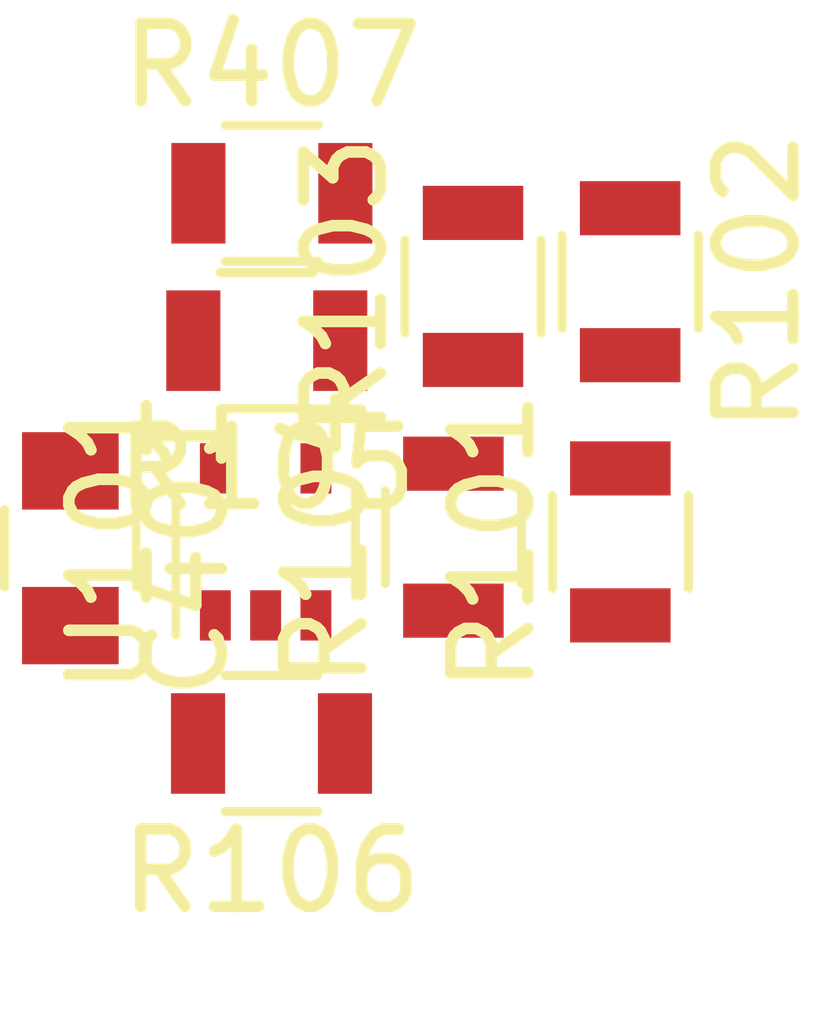
<source format=kicad_pcb>
(kicad_pcb (version 20171130) (host pcbnew 5.1.5-52549c5~84~ubuntu16.04.1)

  (general
    (thickness 1.6)
    (drawings 0)
    (tracks 0)
    (zones 0)
    (modules 9)
    (nets 8)
  )

  (page A4)
  (layers
    (0 F.Cu signal)
    (31 B.Cu signal)
    (32 B.Adhes user)
    (33 F.Adhes user)
    (34 B.Paste user)
    (35 F.Paste user)
    (36 B.SilkS user)
    (37 F.SilkS user)
    (38 B.Mask user)
    (39 F.Mask user)
    (40 Dwgs.User user)
    (41 Cmts.User user)
    (42 Eco1.User user)
    (43 Eco2.User user)
    (44 Edge.Cuts user)
    (45 Margin user)
    (46 B.CrtYd user)
    (47 F.CrtYd user)
    (48 B.Fab user)
    (49 F.Fab user)
  )

  (setup
    (last_trace_width 0.25)
    (trace_clearance 0.2)
    (zone_clearance 0.508)
    (zone_45_only no)
    (trace_min 0.2)
    (via_size 0.8)
    (via_drill 0.4)
    (via_min_size 0.4)
    (via_min_drill 0.3)
    (uvia_size 0.3)
    (uvia_drill 0.1)
    (uvias_allowed no)
    (uvia_min_size 0.2)
    (uvia_min_drill 0.1)
    (edge_width 0.05)
    (segment_width 0.2)
    (pcb_text_width 0.3)
    (pcb_text_size 1.5 1.5)
    (mod_edge_width 0.12)
    (mod_text_size 1 1)
    (mod_text_width 0.15)
    (pad_size 1.524 1.524)
    (pad_drill 0.762)
    (pad_to_mask_clearance 0.051)
    (solder_mask_min_width 0.25)
    (aux_axis_origin 0 0)
    (visible_elements FFFFFF7F)
    (pcbplotparams
      (layerselection 0x010fc_ffffffff)
      (usegerberextensions false)
      (usegerberattributes false)
      (usegerberadvancedattributes false)
      (creategerberjobfile false)
      (excludeedgelayer true)
      (linewidth 0.150000)
      (plotframeref false)
      (viasonmask false)
      (mode 1)
      (useauxorigin false)
      (hpglpennumber 1)
      (hpglpenspeed 20)
      (hpglpendiameter 15.000000)
      (psnegative false)
      (psa4output false)
      (plotreference true)
      (plotvalue true)
      (plotinvisibletext false)
      (padsonsilk false)
      (subtractmaskfromsilk false)
      (outputformat 1)
      (mirror false)
      (drillshape 1)
      (scaleselection 1)
      (outputdirectory ""))
  )

  (net 0 "")
  (net 1 GND)
  (net 2 VCC)
  (net 3 /r_strain_+)
  (net 4 "Net-(R102-Pad1)")
  (net 5 "Net-(R104-Pad1)")
  (net 6 "Net-(R105-Pad1)")
  (net 7 /strain_gauge_vout)

  (net_class Default "This is the default net class."
    (clearance 0.2)
    (trace_width 0.25)
    (via_dia 0.8)
    (via_drill 0.4)
    (uvia_dia 0.3)
    (uvia_drill 0.1)
    (add_net /r_strain_+)
    (add_net /strain_gauge_vout)
    (add_net GND)
    (add_net "Net-(R102-Pad1)")
    (add_net "Net-(R104-Pad1)")
    (add_net "Net-(R105-Pad1)")
    (add_net VCC)
  )

  (module Package_TO_SOT_SMD:SOT-353_SC-70-5 (layer F.Cu) (tedit 5A02FF57) (tstamp 5E011674)
    (at 79.614 41.971 90)
    (descr "SOT-353, SC-70-5")
    (tags "SOT-353 SC-70-5")
    (path /5DE68367)
    (attr smd)
    (fp_text reference U101 (at 0 -2 90) (layer F.SilkS)
      (effects (font (size 1 1) (thickness 0.15)))
    )
    (fp_text value MCP6001T-I-LT (at 0 2 270) (layer F.Fab)
      (effects (font (size 1 1) (thickness 0.15)))
    )
    (fp_line (start -0.175 -1.1) (end -0.675 -0.6) (layer F.Fab) (width 0.1))
    (fp_line (start 0.675 1.1) (end -0.675 1.1) (layer F.Fab) (width 0.1))
    (fp_line (start 0.675 -1.1) (end 0.675 1.1) (layer F.Fab) (width 0.1))
    (fp_line (start -1.6 1.4) (end 1.6 1.4) (layer F.CrtYd) (width 0.05))
    (fp_line (start -0.675 -0.6) (end -0.675 1.1) (layer F.Fab) (width 0.1))
    (fp_line (start 0.675 -1.1) (end -0.175 -1.1) (layer F.Fab) (width 0.1))
    (fp_line (start -1.6 -1.4) (end 1.6 -1.4) (layer F.CrtYd) (width 0.05))
    (fp_line (start -1.6 -1.4) (end -1.6 1.4) (layer F.CrtYd) (width 0.05))
    (fp_line (start 1.6 1.4) (end 1.6 -1.4) (layer F.CrtYd) (width 0.05))
    (fp_line (start -0.7 1.16) (end 0.7 1.16) (layer F.SilkS) (width 0.12))
    (fp_line (start 0.7 -1.16) (end -1.2 -1.16) (layer F.SilkS) (width 0.12))
    (fp_text user %R (at 0 0) (layer F.Fab)
      (effects (font (size 0.5 0.5) (thickness 0.075)))
    )
    (pad 5 smd rect (at 0.95 -0.65 90) (size 0.65 0.4) (layers F.Cu F.Paste F.Mask)
      (net 2 VCC))
    (pad 4 smd rect (at 0.95 0.65 90) (size 0.65 0.4) (layers F.Cu F.Paste F.Mask)
      (net 6 "Net-(R105-Pad1)"))
    (pad 2 smd rect (at -0.95 0 90) (size 0.65 0.4) (layers F.Cu F.Paste F.Mask)
      (net 1 GND))
    (pad 3 smd rect (at -0.95 0.65 90) (size 0.65 0.4) (layers F.Cu F.Paste F.Mask)
      (net 5 "Net-(R104-Pad1)"))
    (pad 1 smd rect (at -0.95 -0.65 90) (size 0.65 0.4) (layers F.Cu F.Paste F.Mask)
      (net 7 /strain_gauge_vout))
    (model ${KISYS3DMOD}/Package_TO_SOT_SMD.3dshapes/SOT-353_SC-70-5.wrl
      (at (xyz 0 0 0))
      (scale (xyz 1 1 1))
      (rotate (xyz 0 0 0))
    )
  )

  (module footprints:R_0805_OEM (layer F.Cu) (tedit 5C3D844D) (tstamp 5E011595)
    (at 79.695 37.465)
    (descr "Resistor SMD 0805, reflow soldering, Vishay (see dcrcw.pdf)")
    (tags "resistor 0805")
    (path /5DF73621)
    (attr smd)
    (fp_text reference R407 (at 0 -1.65) (layer F.SilkS)
      (effects (font (size 1 1) (thickness 0.15)))
    )
    (fp_text value R_4.99K (at 0 1.75) (layer F.Fab) hide
      (effects (font (size 1 1) (thickness 0.15)))
    )
    (fp_line (start 1.55 0.9) (end -1.55 0.9) (layer F.CrtYd) (width 0.05))
    (fp_line (start 1.55 0.9) (end 1.55 -0.9) (layer F.CrtYd) (width 0.05))
    (fp_line (start -1.55 -0.9) (end -1.55 0.9) (layer F.CrtYd) (width 0.05))
    (fp_line (start -1.55 -0.9) (end 1.55 -0.9) (layer F.CrtYd) (width 0.05))
    (fp_line (start -0.6 -0.88) (end 0.6 -0.88) (layer F.SilkS) (width 0.12))
    (fp_line (start 0.6 0.88) (end -0.6 0.88) (layer F.SilkS) (width 0.12))
    (fp_line (start -1 -0.62) (end 1 -0.62) (layer F.Fab) (width 0.1))
    (fp_line (start 1 -0.62) (end 1 0.62) (layer F.Fab) (width 0.1))
    (fp_line (start 1 0.62) (end -1 0.62) (layer F.Fab) (width 0.1))
    (fp_line (start -1 0.62) (end -1 -0.62) (layer F.Fab) (width 0.1))
    (pad 2 smd rect (at 0.95 0) (size 0.7 1.3) (layers F.Cu F.Paste F.Mask)
      (net 6 "Net-(R105-Pad1)"))
    (pad 1 smd rect (at -0.95 0) (size 0.7 1.3) (layers F.Cu F.Paste F.Mask)
      (net 7 /strain_gauge_vout))
    (model ${LOCAL_DIR}/OEM_Preferred_Parts/3DModels/R_0805_OEM/res0805.step
      (at (xyz 0 0 0))
      (scale (xyz 1 1 1))
      (rotate (xyz 0 0 0))
    )
    (model ${LOCAL_DIR}/OEM_Preferred_Parts/3DModels/R_0805_OEM/res0805.step
      (at (xyz 0 0 0))
      (scale (xyz 1 1 1))
      (rotate (xyz 0 0 0))
    )
  )

  (module footprints:R_0805_OEM (layer F.Cu) (tedit 5C3D844D) (tstamp 5E011585)
    (at 79.69 44.577 180)
    (descr "Resistor SMD 0805, reflow soldering, Vishay (see dcrcw.pdf)")
    (tags "resistor 0805")
    (path /5DE68332)
    (attr smd)
    (fp_text reference R106 (at 0 -1.65) (layer F.SilkS)
      (effects (font (size 1 1) (thickness 0.15)))
    )
    (fp_text value R_4.99K (at 0 1.75) (layer F.Fab) hide
      (effects (font (size 1 1) (thickness 0.15)))
    )
    (fp_line (start 1.55 0.9) (end -1.55 0.9) (layer F.CrtYd) (width 0.05))
    (fp_line (start 1.55 0.9) (end 1.55 -0.9) (layer F.CrtYd) (width 0.05))
    (fp_line (start -1.55 -0.9) (end -1.55 0.9) (layer F.CrtYd) (width 0.05))
    (fp_line (start -1.55 -0.9) (end 1.55 -0.9) (layer F.CrtYd) (width 0.05))
    (fp_line (start -0.6 -0.88) (end 0.6 -0.88) (layer F.SilkS) (width 0.12))
    (fp_line (start 0.6 0.88) (end -0.6 0.88) (layer F.SilkS) (width 0.12))
    (fp_line (start -1 -0.62) (end 1 -0.62) (layer F.Fab) (width 0.1))
    (fp_line (start 1 -0.62) (end 1 0.62) (layer F.Fab) (width 0.1))
    (fp_line (start 1 0.62) (end -1 0.62) (layer F.Fab) (width 0.1))
    (fp_line (start -1 0.62) (end -1 -0.62) (layer F.Fab) (width 0.1))
    (pad 2 smd rect (at 0.95 0 180) (size 0.7 1.3) (layers F.Cu F.Paste F.Mask)
      (net 1 GND))
    (pad 1 smd rect (at -0.95 0 180) (size 0.7 1.3) (layers F.Cu F.Paste F.Mask)
      (net 5 "Net-(R104-Pad1)"))
    (model ${LOCAL_DIR}/OEM_Preferred_Parts/3DModels/R_0805_OEM/res0805.step
      (at (xyz 0 0 0))
      (scale (xyz 1 1 1))
      (rotate (xyz 0 0 0))
    )
    (model ${LOCAL_DIR}/OEM_Preferred_Parts/3DModels/R_0805_OEM/res0805.step
      (at (xyz 0 0 0))
      (scale (xyz 1 1 1))
      (rotate (xyz 0 0 0))
    )
  )

  (module footprints:R_0805_OEM (layer F.Cu) (tedit 5C3D844D) (tstamp 5E011575)
    (at 79.629 39.37 180)
    (descr "Resistor SMD 0805, reflow soldering, Vishay (see dcrcw.pdf)")
    (tags "resistor 0805")
    (path /5DE68343)
    (attr smd)
    (fp_text reference R105 (at 0 -1.65) (layer F.SilkS)
      (effects (font (size 1 1) (thickness 0.15)))
    )
    (fp_text value R_120 (at 0 1.75) (layer F.Fab) hide
      (effects (font (size 1 1) (thickness 0.15)))
    )
    (fp_line (start 1.55 0.9) (end -1.55 0.9) (layer F.CrtYd) (width 0.05))
    (fp_line (start 1.55 0.9) (end 1.55 -0.9) (layer F.CrtYd) (width 0.05))
    (fp_line (start -1.55 -0.9) (end -1.55 0.9) (layer F.CrtYd) (width 0.05))
    (fp_line (start -1.55 -0.9) (end 1.55 -0.9) (layer F.CrtYd) (width 0.05))
    (fp_line (start -0.6 -0.88) (end 0.6 -0.88) (layer F.SilkS) (width 0.12))
    (fp_line (start 0.6 0.88) (end -0.6 0.88) (layer F.SilkS) (width 0.12))
    (fp_line (start -1 -0.62) (end 1 -0.62) (layer F.Fab) (width 0.1))
    (fp_line (start 1 -0.62) (end 1 0.62) (layer F.Fab) (width 0.1))
    (fp_line (start 1 0.62) (end -1 0.62) (layer F.Fab) (width 0.1))
    (fp_line (start -1 0.62) (end -1 -0.62) (layer F.Fab) (width 0.1))
    (pad 2 smd rect (at 0.95 0 180) (size 0.7 1.3) (layers F.Cu F.Paste F.Mask)
      (net 4 "Net-(R102-Pad1)"))
    (pad 1 smd rect (at -0.95 0 180) (size 0.7 1.3) (layers F.Cu F.Paste F.Mask)
      (net 6 "Net-(R105-Pad1)"))
    (model ${LOCAL_DIR}/OEM_Preferred_Parts/3DModels/R_0805_OEM/res0805.step
      (at (xyz 0 0 0))
      (scale (xyz 1 1 1))
      (rotate (xyz 0 0 0))
    )
    (model ${LOCAL_DIR}/OEM_Preferred_Parts/3DModels/R_0805_OEM/res0805.step
      (at (xyz 0 0 0))
      (scale (xyz 1 1 1))
      (rotate (xyz 0 0 0))
    )
  )

  (module footprints:R_0805_OEM (layer F.Cu) (tedit 5C3D844D) (tstamp 5E011565)
    (at 82.042 41.91 90)
    (descr "Resistor SMD 0805, reflow soldering, Vishay (see dcrcw.pdf)")
    (tags "resistor 0805")
    (path /5DE68352)
    (attr smd)
    (fp_text reference R104 (at 0 -1.65 90) (layer F.SilkS)
      (effects (font (size 1 1) (thickness 0.15)))
    )
    (fp_text value R_120 (at 0 1.75 90) (layer F.Fab) hide
      (effects (font (size 1 1) (thickness 0.15)))
    )
    (fp_line (start 1.55 0.9) (end -1.55 0.9) (layer F.CrtYd) (width 0.05))
    (fp_line (start 1.55 0.9) (end 1.55 -0.9) (layer F.CrtYd) (width 0.05))
    (fp_line (start -1.55 -0.9) (end -1.55 0.9) (layer F.CrtYd) (width 0.05))
    (fp_line (start -1.55 -0.9) (end 1.55 -0.9) (layer F.CrtYd) (width 0.05))
    (fp_line (start -0.6 -0.88) (end 0.6 -0.88) (layer F.SilkS) (width 0.12))
    (fp_line (start 0.6 0.88) (end -0.6 0.88) (layer F.SilkS) (width 0.12))
    (fp_line (start -1 -0.62) (end 1 -0.62) (layer F.Fab) (width 0.1))
    (fp_line (start 1 -0.62) (end 1 0.62) (layer F.Fab) (width 0.1))
    (fp_line (start 1 0.62) (end -1 0.62) (layer F.Fab) (width 0.1))
    (fp_line (start -1 0.62) (end -1 -0.62) (layer F.Fab) (width 0.1))
    (pad 2 smd rect (at 0.95 0 90) (size 0.7 1.3) (layers F.Cu F.Paste F.Mask)
      (net 3 /r_strain_+))
    (pad 1 smd rect (at -0.95 0 90) (size 0.7 1.3) (layers F.Cu F.Paste F.Mask)
      (net 5 "Net-(R104-Pad1)"))
    (model ${LOCAL_DIR}/OEM_Preferred_Parts/3DModels/R_0805_OEM/res0805.step
      (at (xyz 0 0 0))
      (scale (xyz 1 1 1))
      (rotate (xyz 0 0 0))
    )
    (model ${LOCAL_DIR}/OEM_Preferred_Parts/3DModels/R_0805_OEM/res0805.step
      (at (xyz 0 0 0))
      (scale (xyz 1 1 1))
      (rotate (xyz 0 0 0))
    )
  )

  (module footprints:R_0805_OEM (layer F.Cu) (tedit 5C3D844D) (tstamp 5E011555)
    (at 82.296 38.669 90)
    (descr "Resistor SMD 0805, reflow soldering, Vishay (see dcrcw.pdf)")
    (tags "resistor 0805")
    (path /5DE68379)
    (attr smd)
    (fp_text reference R103 (at 0 -1.65 90) (layer F.SilkS)
      (effects (font (size 1 1) (thickness 0.15)))
    )
    (fp_text value R_120 (at 0 1.75 90) (layer F.Fab) hide
      (effects (font (size 1 1) (thickness 0.15)))
    )
    (fp_line (start 1.55 0.9) (end -1.55 0.9) (layer F.CrtYd) (width 0.05))
    (fp_line (start 1.55 0.9) (end 1.55 -0.9) (layer F.CrtYd) (width 0.05))
    (fp_line (start -1.55 -0.9) (end -1.55 0.9) (layer F.CrtYd) (width 0.05))
    (fp_line (start -1.55 -0.9) (end 1.55 -0.9) (layer F.CrtYd) (width 0.05))
    (fp_line (start -0.6 -0.88) (end 0.6 -0.88) (layer F.SilkS) (width 0.12))
    (fp_line (start 0.6 0.88) (end -0.6 0.88) (layer F.SilkS) (width 0.12))
    (fp_line (start -1 -0.62) (end 1 -0.62) (layer F.Fab) (width 0.1))
    (fp_line (start 1 -0.62) (end 1 0.62) (layer F.Fab) (width 0.1))
    (fp_line (start 1 0.62) (end -1 0.62) (layer F.Fab) (width 0.1))
    (fp_line (start -1 0.62) (end -1 -0.62) (layer F.Fab) (width 0.1))
    (pad 2 smd rect (at 0.95 0 90) (size 0.7 1.3) (layers F.Cu F.Paste F.Mask)
      (net 4 "Net-(R102-Pad1)"))
    (pad 1 smd rect (at -0.95 0 90) (size 0.7 1.3) (layers F.Cu F.Paste F.Mask)
      (net 1 GND))
    (model ${LOCAL_DIR}/OEM_Preferred_Parts/3DModels/R_0805_OEM/res0805.step
      (at (xyz 0 0 0))
      (scale (xyz 1 1 1))
      (rotate (xyz 0 0 0))
    )
    (model ${LOCAL_DIR}/OEM_Preferred_Parts/3DModels/R_0805_OEM/res0805.step
      (at (xyz 0 0 0))
      (scale (xyz 1 1 1))
      (rotate (xyz 0 0 0))
    )
  )

  (module footprints:R_0805_OEM (layer F.Cu) (tedit 5C3D844D) (tstamp 5E011545)
    (at 84.328 38.608 270)
    (descr "Resistor SMD 0805, reflow soldering, Vishay (see dcrcw.pdf)")
    (tags "resistor 0805")
    (path /5DE68387)
    (attr smd)
    (fp_text reference R102 (at 0 -1.65 90) (layer F.SilkS)
      (effects (font (size 1 1) (thickness 0.15)))
    )
    (fp_text value R_120 (at 0 1.75 90) (layer F.Fab) hide
      (effects (font (size 1 1) (thickness 0.15)))
    )
    (fp_line (start 1.55 0.9) (end -1.55 0.9) (layer F.CrtYd) (width 0.05))
    (fp_line (start 1.55 0.9) (end 1.55 -0.9) (layer F.CrtYd) (width 0.05))
    (fp_line (start -1.55 -0.9) (end -1.55 0.9) (layer F.CrtYd) (width 0.05))
    (fp_line (start -1.55 -0.9) (end 1.55 -0.9) (layer F.CrtYd) (width 0.05))
    (fp_line (start -0.6 -0.88) (end 0.6 -0.88) (layer F.SilkS) (width 0.12))
    (fp_line (start 0.6 0.88) (end -0.6 0.88) (layer F.SilkS) (width 0.12))
    (fp_line (start -1 -0.62) (end 1 -0.62) (layer F.Fab) (width 0.1))
    (fp_line (start 1 -0.62) (end 1 0.62) (layer F.Fab) (width 0.1))
    (fp_line (start 1 0.62) (end -1 0.62) (layer F.Fab) (width 0.1))
    (fp_line (start -1 0.62) (end -1 -0.62) (layer F.Fab) (width 0.1))
    (pad 2 smd rect (at 0.95 0 270) (size 0.7 1.3) (layers F.Cu F.Paste F.Mask)
      (net 2 VCC))
    (pad 1 smd rect (at -0.95 0 270) (size 0.7 1.3) (layers F.Cu F.Paste F.Mask)
      (net 4 "Net-(R102-Pad1)"))
    (model ${LOCAL_DIR}/OEM_Preferred_Parts/3DModels/R_0805_OEM/res0805.step
      (at (xyz 0 0 0))
      (scale (xyz 1 1 1))
      (rotate (xyz 0 0 0))
    )
    (model ${LOCAL_DIR}/OEM_Preferred_Parts/3DModels/R_0805_OEM/res0805.step
      (at (xyz 0 0 0))
      (scale (xyz 1 1 1))
      (rotate (xyz 0 0 0))
    )
  )

  (module footprints:R_0805_OEM (layer F.Cu) (tedit 5C3D844D) (tstamp 5E011535)
    (at 84.201 41.971 90)
    (descr "Resistor SMD 0805, reflow soldering, Vishay (see dcrcw.pdf)")
    (tags "resistor 0805")
    (path /5DE68390)
    (attr smd)
    (fp_text reference R101 (at 0 -1.65 90) (layer F.SilkS)
      (effects (font (size 1 1) (thickness 0.15)))
    )
    (fp_text value R_120 (at 0 1.75 90) (layer F.Fab) hide
      (effects (font (size 1 1) (thickness 0.15)))
    )
    (fp_line (start 1.55 0.9) (end -1.55 0.9) (layer F.CrtYd) (width 0.05))
    (fp_line (start 1.55 0.9) (end 1.55 -0.9) (layer F.CrtYd) (width 0.05))
    (fp_line (start -1.55 -0.9) (end -1.55 0.9) (layer F.CrtYd) (width 0.05))
    (fp_line (start -1.55 -0.9) (end 1.55 -0.9) (layer F.CrtYd) (width 0.05))
    (fp_line (start -0.6 -0.88) (end 0.6 -0.88) (layer F.SilkS) (width 0.12))
    (fp_line (start 0.6 0.88) (end -0.6 0.88) (layer F.SilkS) (width 0.12))
    (fp_line (start -1 -0.62) (end 1 -0.62) (layer F.Fab) (width 0.1))
    (fp_line (start 1 -0.62) (end 1 0.62) (layer F.Fab) (width 0.1))
    (fp_line (start 1 0.62) (end -1 0.62) (layer F.Fab) (width 0.1))
    (fp_line (start -1 0.62) (end -1 -0.62) (layer F.Fab) (width 0.1))
    (pad 2 smd rect (at 0.95 0 90) (size 0.7 1.3) (layers F.Cu F.Paste F.Mask)
      (net 2 VCC))
    (pad 1 smd rect (at -0.95 0 90) (size 0.7 1.3) (layers F.Cu F.Paste F.Mask)
      (net 3 /r_strain_+))
    (model ${LOCAL_DIR}/OEM_Preferred_Parts/3DModels/R_0805_OEM/res0805.step
      (at (xyz 0 0 0))
      (scale (xyz 1 1 1))
      (rotate (xyz 0 0 0))
    )
    (model ${LOCAL_DIR}/OEM_Preferred_Parts/3DModels/R_0805_OEM/res0805.step
      (at (xyz 0 0 0))
      (scale (xyz 1 1 1))
      (rotate (xyz 0 0 0))
    )
  )

  (module footprints:C_0805_OEM (layer F.Cu) (tedit 5C3D8347) (tstamp 5E011525)
    (at 77.089 42.053 270)
    (descr "Capacitor SMD 0805, reflow soldering, AVX (see smccp.pdf)")
    (tags "capacitor 0805")
    (path /5DFDF474)
    (attr smd)
    (fp_text reference C401 (at 0 -1.5 90) (layer F.SilkS)
      (effects (font (size 1 1) (thickness 0.15)))
    )
    (fp_text value C_0.1uF (at 0 1.75 90) (layer F.Fab) hide
      (effects (font (size 1 1) (thickness 0.15)))
    )
    (fp_line (start 1.75 0.87) (end -1.75 0.87) (layer F.CrtYd) (width 0.05))
    (fp_line (start 1.75 0.87) (end 1.75 -0.88) (layer F.CrtYd) (width 0.05))
    (fp_line (start -1.75 -0.88) (end -1.75 0.87) (layer F.CrtYd) (width 0.05))
    (fp_line (start -1.75 -0.88) (end 1.75 -0.88) (layer F.CrtYd) (width 0.05))
    (fp_line (start -0.5 0.85) (end 0.5 0.85) (layer F.SilkS) (width 0.12))
    (fp_line (start 0.5 -0.85) (end -0.5 -0.85) (layer F.SilkS) (width 0.12))
    (fp_line (start -1 -0.62) (end 1 -0.62) (layer F.Fab) (width 0.1))
    (fp_line (start 1 -0.62) (end 1 0.62) (layer F.Fab) (width 0.1))
    (fp_line (start 1 0.62) (end -1 0.62) (layer F.Fab) (width 0.1))
    (fp_line (start -1 0.62) (end -1 -0.62) (layer F.Fab) (width 0.1))
    (pad 2 smd rect (at 1 0 270) (size 1 1.25) (layers F.Cu F.Paste F.Mask)
      (net 1 GND))
    (pad 1 smd rect (at -1 0 270) (size 1 1.25) (layers F.Cu F.Paste F.Mask)
      (net 2 VCC))
    (model ${LOCAL_DIR}/OEM_Preferred_Parts/3DModels/C_0805_OEM/C_0805.step
      (at (xyz 0 0 0))
      (scale (xyz 1 1 1))
      (rotate (xyz 0 0 0))
    )
    (model ${LOCAL_DIR}/OEM_Preferred_Parts/3DModels/C_0805_OEM/C_0805.step
      (at (xyz 0 0 0))
      (scale (xyz 1 1 1))
      (rotate (xyz 0 0 0))
    )
  )

)

</source>
